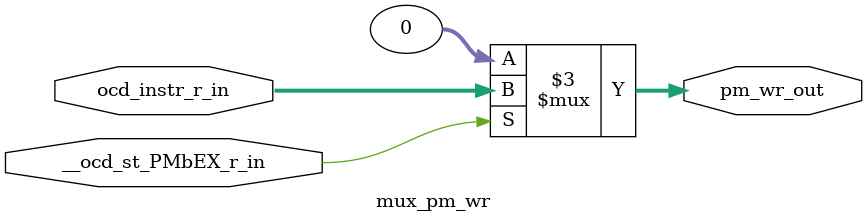
<source format=v>




`timescale 1ns/1ps

// module mux_pm_wr : mux_pm_wr
module mux_pm_wr
  ( input             __ocd_st_PMbEX_r_in, // bool
    input      [31:0] ocd_instr_r_in, // iword
    output reg [31:0] pm_wr_out // iword
  );


  always @ (*)

  begin : p_mux_pm_wr

    pm_wr_out = 32'h0;

    // (pm_wr_copy0_ocd_instr_r___ocd_st_PMbEX_r_EX_alw)
    if (__ocd_st_PMbEX_r_in)
    begin
      // [ocd.n:95]
      pm_wr_out = ocd_instr_r_in;
    end

  end

endmodule

</source>
